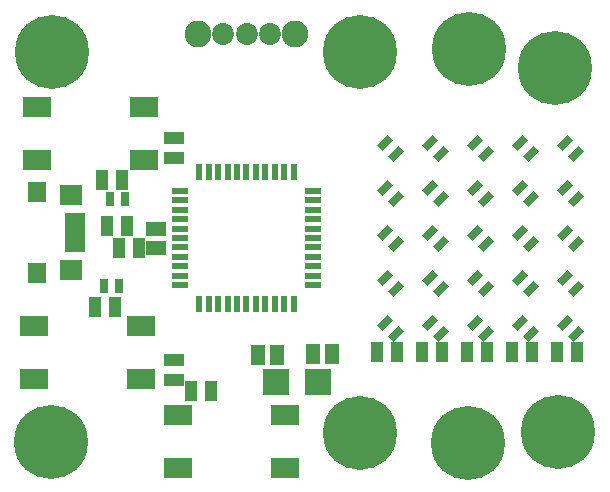
<source format=gbr>
%FSLAX23Y23*%
%MOIN*%
G04 EasyPC Gerber Version 17.0 Build 3379 *
%ADD85R,0.02400X0.05600*%
%ADD90R,0.02752X0.04740*%
%ADD83R,0.04000X0.06500*%
%ADD93R,0.04600X0.06700*%
%ADD89R,0.06300X0.06700*%
%ADD92R,0.08874X0.08874*%
%ADD96C,0.07299*%
%ADD97C,0.08874*%
%ADD84R,0.05600X0.02400*%
%ADD87R,0.06500X0.02800*%
%ADD91R,0.06500X0.04000*%
%ADD94R,0.06700X0.04600*%
%AMT82*0 Rectangle Pad at angle 135*21,1,0.02752,0.04740,0,0,135*%
%ADD82T82*%
%ADD88R,0.07300X0.06500*%
%ADD86R,0.09300X0.06500*%
%ADD95C,0.24622*%
X0Y0D02*
D02*
D82*
X1965Y1036D03*
Y1186D03*
Y1336D03*
Y1486D03*
Y1636D03*
X2001Y1000D03*
Y1150D03*
Y1300D03*
Y1450D03*
Y1600D03*
X2115Y1036D03*
Y1186D03*
Y1336D03*
Y1486D03*
Y1636D03*
X2151Y1000D03*
Y1150D03*
Y1300D03*
Y1450D03*
Y1600D03*
X2265Y1036D03*
Y1186D03*
Y1336D03*
Y1486D03*
Y1636D03*
X2301Y1000D03*
Y1150D03*
Y1300D03*
Y1450D03*
Y1600D03*
X2415Y1036D03*
Y1186D03*
Y1336D03*
Y1486D03*
Y1636D03*
X2451Y1000D03*
Y1150D03*
Y1300D03*
Y1450D03*
Y1600D03*
X2565Y1036D03*
Y1186D03*
Y1336D03*
Y1486D03*
Y1636D03*
X2601Y1000D03*
Y1150D03*
Y1300D03*
Y1450D03*
Y1600D03*
D02*
D83*
X999Y1088D03*
X1022Y1511D03*
X1039Y1358D03*
X1066Y1088D03*
X1077Y1286D03*
X1089Y1511D03*
X1106Y1358D03*
X1144Y1286D03*
X1319Y808D03*
X1386D03*
X1939Y938D03*
X2006D03*
X2089D03*
X2156D03*
X2239D03*
X2306D03*
X2389D03*
X2456D03*
X2539D03*
X2606D03*
D02*
D84*
X1282Y1161D03*
Y1192D03*
Y1224D03*
Y1255D03*
Y1287D03*
Y1318D03*
Y1350D03*
Y1381D03*
Y1412D03*
Y1444D03*
Y1475D03*
X1724Y1161D03*
Y1192D03*
Y1224D03*
Y1255D03*
Y1287D03*
Y1318D03*
Y1350D03*
Y1381D03*
Y1412D03*
Y1444D03*
Y1475D03*
D02*
D85*
X1345Y1097D03*
Y1539D03*
X1377Y1097D03*
Y1539D03*
X1408Y1097D03*
Y1539D03*
X1440Y1097D03*
Y1539D03*
X1471Y1097D03*
Y1539D03*
X1503Y1097D03*
Y1539D03*
X1534Y1097D03*
Y1539D03*
X1566Y1097D03*
Y1539D03*
X1597Y1097D03*
Y1539D03*
X1629Y1097D03*
Y1539D03*
X1660Y1097D03*
Y1539D03*
D02*
D86*
X795Y848D03*
Y1025D03*
X805Y1578D03*
Y1755D03*
X1153Y848D03*
Y1025D03*
X1163Y1578D03*
Y1755D03*
X1274Y553D03*
Y730D03*
X1632Y553D03*
Y730D03*
D02*
D87*
X933Y1286D03*
Y1311D03*
Y1337D03*
Y1362D03*
Y1388D03*
D02*
D88*
X918Y1211D03*
Y1463D03*
D02*
D89*
X806Y1202D03*
Y1472D03*
D02*
D90*
X1027Y1158D03*
X1047Y1448D03*
X1079Y1158D03*
X1099Y1448D03*
D02*
D91*
X1263Y845D03*
Y912D03*
Y1585D03*
Y1652D03*
D02*
D92*
X1601Y838D03*
X1743D03*
D02*
D93*
X1541Y928D03*
X1604D03*
X1726Y933D03*
X1789D03*
D02*
D94*
X1203Y1284D03*
Y1347D03*
D02*
D95*
X853Y638D03*
X855Y1938D03*
X1883Y668D03*
Y1938D03*
X2242Y634D03*
X2244Y1950D03*
X2530Y1885D03*
X2543Y672D03*
D02*
D96*
X1426Y1998D03*
X1504D03*
X1583D03*
D02*
D97*
X1343D03*
X1666D03*
X0Y0D02*
M02*

</source>
